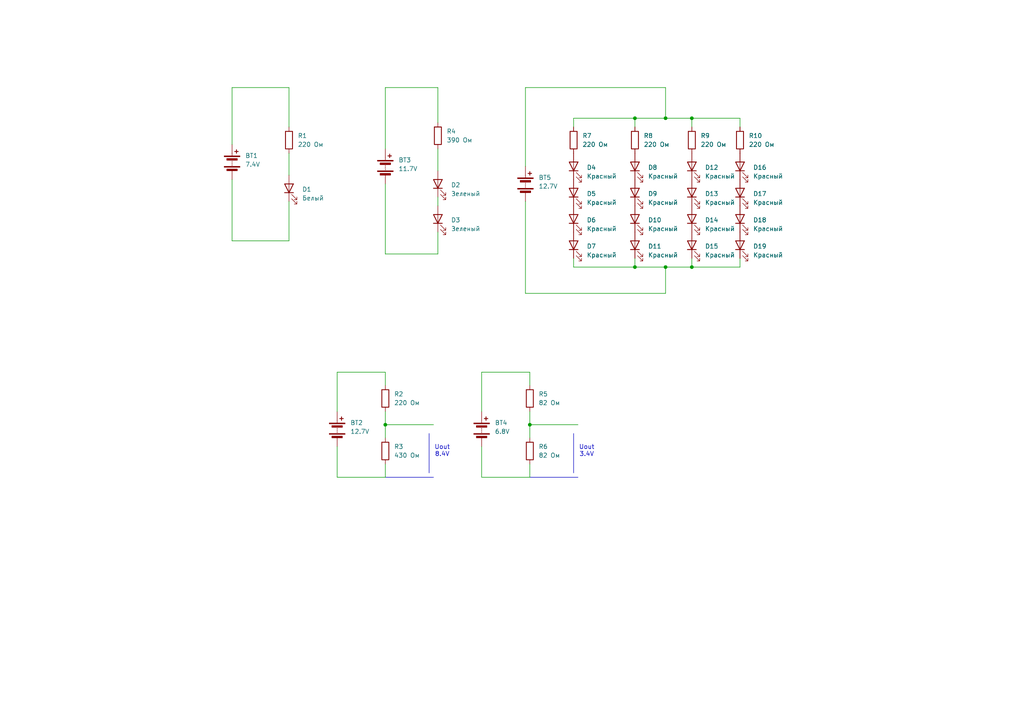
<source format=kicad_sch>
(kicad_sch (version 20231120) (generator "eeschema") (generator_version "8.0")
  (paper "A4")
  (lib_symbols
    (symbol "Device:Battery" (pin_numbers hide) (pin_names (offset 0) hide)
      (property "Reference" "BT" (at 2.54 2.54 0))
      (property "Value" "Battery" (at 2.54 0 0))
      (symbol "Battery_0_1"
        (rectangle (start -2.286 -1.27) (end 2.286 -1.524) (fill (type outline)))
        (rectangle (start -2.286 1.778) (end 2.286 1.524) (fill (type outline)))
        (rectangle (start -1.524 -2.032) (end 1.524 -2.54) (fill (type outline)))
        (rectangle (start -1.524 1.016) (end 1.524 0.508) (fill (type outline)))
        (polyline (pts (xy 0 -1.016) (xy 0 -0.762)))
        (polyline (pts (xy 0 -0.508) (xy 0 -0.254)))
        (polyline (pts (xy 0 0) (xy 0 0.254)))
        (polyline (pts (xy 0 1.778) (xy 0 2.54)))
        (polyline (pts (xy 0.762 3.048) (xy 1.778 3.048)) (stroke (width 0.254)))
        (polyline (pts (xy 1.27 3.556) (xy 1.27 2.54)) (stroke (width 0.254)))
      )
      (symbol "Battery_1_1"
        (pin passive line (at 0 5.08 270) (length 2.54) (name "+") (number "1"))
        (pin passive line (at 0 -5.08 90) (length 2.54) (name "-") (number "2"))
      )
    )
    (symbol "Device:LED" (pin_numbers hide) (pin_names (offset 1.016) hide)
      (property "Reference" "D" (at 0 2.54 0))
      (property "Value" "LED" (at 0 -2.54 0))
      (symbol "LED_0_1"
        (polyline (pts (xy -1.27 -1.27) (xy -1.27 1.27)) (stroke (width 0.254)))
        (polyline (pts (xy -1.27 0) (xy 1.27 0)))
        (polyline (pts (xy 1.27 -1.27) (xy 1.27 1.27) (xy -1.27 0) (xy 1.27 -1.27)) (stroke (width 0.254)))
        (polyline (pts (xy -3.048 -0.762) (xy -4.572 -2.286) (xy -3.81 -2.286) (xy -4.572 -2.286) (xy -4.572 -1.524)))
        (polyline (pts (xy -1.778 -0.762) (xy -3.302 -2.286) (xy -2.54 -2.286) (xy -3.302 -2.286) (xy -3.302 -1.524)))
      )
      (symbol "LED_1_1"
        (pin passive line (at -3.81 0 0) (length 2.54) (name "K") (number "1"))
        (pin passive line (at 3.81 0 180) (length 2.54) (name "A") (number "2"))
      )
    )
    (symbol "Device:R" (pin_numbers hide) (pin_names (offset 0))
      (property "Reference" "R" (at 2.032 0 90))
      (property "Value" "R" (at 0 0 90))
      (symbol "R_0_1"
        (rectangle (start -1.016 -2.54) (end 1.016 2.54) (stroke (width 0.254)))
      )
      (symbol "R_1_1"
        (pin passive line (at 0 3.81 270) (length 1.27) (name "~") (number "1"))
        (pin passive line (at 0 -3.81 90) (length 1.27) (name "~") (number "2"))
      )
    )
  )
  (junction (at 111.76 123.19))
  (junction (at 200.66 77.47))
  (junction (at 200.66 34.29))
  (junction (at 184.15 34.29))
  (junction (at 153.67 123.19))
  (junction (at 193.04 34.29))
  (junction (at 193.04 77.47))
  (junction (at 184.15 77.47))
  (wire (pts (xy 83.82 44.45) (xy 83.82 50.8)))
  (wire (pts (xy 139.7 119.38) (xy 139.7 107.95)))
  (wire (pts (xy 111.76 123.19) (xy 111.76 127)))
  (wire (pts (xy 153.67 123.19) (xy 153.67 127)))
  (wire (pts (xy 214.63 34.29) (xy 214.63 36.83)))
  (wire (pts (xy 200.66 34.29) (xy 200.66 36.83)))
  (wire (pts (xy 193.04 25.4) (xy 193.04 34.29)))
  (wire (pts (xy 184.15 34.29) (xy 184.15 36.83)))
  (wire (pts (xy 111.76 138.43) (xy 111.76 134.62)))
  (wire (pts (xy 97.79 129.54) (xy 97.79 138.43)))
  (wire (pts (xy 193.04 77.47) (xy 200.66 77.47)))
  (wire (pts (xy 111.76 123.19) (xy 125.73 123.19)))
  (wire (pts (xy 153.67 138.43) (xy 153.67 134.62)))
  (wire (pts (xy 111.76 119.38) (xy 111.76 123.19)))
  (wire (pts (xy 193.04 34.29) (xy 200.66 34.29)))
  (wire (pts (xy 166.37 34.29) (xy 166.37 36.83)))
  (wire (pts (xy 152.4 58.42) (xy 152.4 85.09)))
  (wire (pts (xy 127 67.31) (xy 127 73.66)))
  (wire (pts (xy 166.37 74.93) (xy 166.37 77.47)))
  (wire (pts (xy 111.76 73.66) (xy 127 73.66)))
  (polyline (pts (xy 153.67 138.43) (xy 167.64 138.43)))
  (wire (pts (xy 67.31 52.07) (xy 67.31 69.85)))
  (wire (pts (xy 67.31 25.4) (xy 83.82 25.4)))
  (wire (pts (xy 152.4 48.26) (xy 152.4 25.4)))
  (wire (pts (xy 67.31 41.91) (xy 67.31 25.4)))
  (wire (pts (xy 193.04 77.47) (xy 193.04 85.09)))
  (wire (pts (xy 111.76 43.18) (xy 111.76 25.4)))
  (wire (pts (xy 200.66 34.29) (xy 214.63 34.29)))
  (wire (pts (xy 200.66 77.47) (xy 214.63 77.47)))
  (wire (pts (xy 83.82 58.42) (xy 83.82 69.85)))
  (wire (pts (xy 184.15 77.47) (xy 193.04 77.47)))
  (wire (pts (xy 153.67 123.19) (xy 167.64 123.19)))
  (wire (pts (xy 111.76 107.95) (xy 111.76 111.76)))
  (wire (pts (xy 184.15 74.93) (xy 184.15 77.47)))
  (wire (pts (xy 200.66 74.93) (xy 200.66 77.47)))
  (wire (pts (xy 97.79 119.38) (xy 97.79 107.95)))
  (wire (pts (xy 214.63 74.93) (xy 214.63 77.47)))
  (wire (pts (xy 127 43.18) (xy 127 49.53)))
  (polyline (pts (xy 166.37 125.73) (xy 166.37 137.16)))
  (wire (pts (xy 83.82 25.4) (xy 83.82 36.83)))
  (wire (pts (xy 111.76 25.4) (xy 127 25.4)))
  (polyline (pts (xy 124.46 125.73) (xy 124.46 137.16)))
  (wire (pts (xy 166.37 77.47) (xy 184.15 77.47)))
  (wire (pts (xy 139.7 138.43) (xy 153.67 138.43)))
  (wire (pts (xy 152.4 85.09) (xy 193.04 85.09)))
  (wire (pts (xy 111.76 53.34) (xy 111.76 73.66)))
  (wire (pts (xy 127 25.4) (xy 127 35.56)))
  (wire (pts (xy 97.79 138.43) (xy 111.76 138.43)))
  (wire (pts (xy 153.67 119.38) (xy 153.67 123.19)))
  (polyline (pts (xy 111.76 138.43) (xy 125.73 138.43)))
  (wire (pts (xy 139.7 129.54) (xy 139.7 138.43)))
  (wire (pts (xy 153.67 107.95) (xy 153.67 111.76)))
  (wire (pts (xy 127 57.15) (xy 127 59.69)))
  (wire (pts (xy 97.79 107.95) (xy 111.76 107.95)))
  (wire (pts (xy 67.31 69.85) (xy 83.82 69.85)))
  (wire (pts (xy 139.7 107.95) (xy 153.67 107.95)))
  (wire (pts (xy 152.4 25.4) (xy 193.04 25.4)))
  (wire (pts (xy 166.37 34.29) (xy 184.15 34.29)))
  (wire (pts (xy 184.15 34.29) (xy 193.04 34.29)))
  (text "Uout\n8.4V" (at 128.27 130.81 0) (effects (font (size 1.27 1.27))))
  (text "Uout\n3.4V" (at 170.18 130.81 0) (effects (font (size 1.27 1.27))))
  (symbol (lib_id "Device:LED") (at 184.15 63.5 90) (unit 1)
    (property "Reference" "D10" (at 187.96 63.8174 90) (effects (justify right)))
    (property "Value" "Красный" (at 187.96 66.3574 90) (effects (justify right)))
    (property "Description" "Light emitting diode" (effects (hide yes)))
  )
  (symbol (lib_id "Device:R") (at 83.82 40.64 0) (unit 1)
    (property "Reference" "R1" (at 86.36 39.3699 0) (effects (justify left)))
    (property "Value" "220 Ом" (at 86.36 41.9099 0) (effects (justify left)))
    (property "Description" "Resistor" (effects (hide yes)))
  )
  (symbol (lib_id "Device:R") (at 111.76 115.57 0) (unit 1)
    (property "Reference" "R2" (at 114.3 114.2999 0) (effects (justify left)))
    (property "Value" "220 Ом" (at 114.3 116.8399 0) (effects (justify left)))
    (property "Description" "Resistor" (effects (hide yes)))
  )
  (symbol (lib_id "Device:LED") (at 214.63 71.12 90) (unit 1)
    (property "Reference" "D19" (at 218.44 71.4374 90) (effects (justify right)))
    (property "Value" "Красный" (at 218.44 73.9774 90) (effects (justify right)))
    (property "Description" "Light emitting diode" (effects (hide yes)))
  )
  (symbol (lib_id "Device:LED") (at 127 53.34 90) (unit 1)
    (property "Reference" "D2" (at 130.81 53.6574 90) (effects (justify right)))
    (property "Value" "Зеленый" (at 130.81 56.1974 90) (effects (justify right)))
    (property "Description" "Light emitting diode" (effects (hide yes)))
  )
  (symbol (lib_id "Device:LED") (at 200.66 71.12 90) (unit 1)
    (property "Reference" "D15" (at 204.47 71.4374 90) (effects (justify right)))
    (property "Value" "Красный" (at 204.47 73.9774 90) (effects (justify right)))
    (property "Description" "Light emitting diode" (effects (hide yes)))
  )
  (symbol (lib_id "Device:Battery") (at 97.79 124.46 0) (unit 1)
    (property "Reference" "BT2" (at 101.6 122.6184 0) (effects (justify left)))
    (property "Value" "12.7V" (at 101.6 125.1584 0) (effects (justify left)))
    (property "Description" "Multiple-cell battery" (effects (hide yes)))
  )
  (symbol (lib_id "Device:LED") (at 184.15 55.88 90) (unit 1)
    (property "Reference" "D9" (at 187.96 56.1974 90) (effects (justify right)))
    (property "Value" "Красный" (at 187.96 58.7374 90) (effects (justify right)))
    (property "Description" "Light emitting diode" (effects (hide yes)))
  )
  (symbol (lib_id "Device:LED") (at 214.63 63.5 90) (unit 1)
    (property "Reference" "D18" (at 218.44 63.8174 90) (effects (justify right)))
    (property "Value" "Красный" (at 218.44 66.3574 90) (effects (justify right)))
    (property "Description" "Light emitting diode" (effects (hide yes)))
  )
  (symbol (lib_id "Device:LED") (at 166.37 55.88 90) (unit 1)
    (property "Reference" "D5" (at 170.18 56.1974 90) (effects (justify right)))
    (property "Value" "Красный" (at 170.18 58.7374 90) (effects (justify right)))
    (property "Description" "Light emitting diode" (effects (hide yes)))
  )
  (symbol (lib_id "Device:R") (at 166.37 40.64 180) (unit 1)
    (property "Reference" "R7" (at 168.91 39.3699 0) (effects (justify right)))
    (property "Value" "220 Ом" (at 168.91 41.9099 0) (effects (justify right)))
    (property "Description" "Resistor" (effects (hide yes)))
  )
  (symbol (lib_id "Device:R") (at 111.76 130.81 180) (unit 1)
    (property "Reference" "R3" (at 114.3 129.5399 0) (effects (justify right)))
    (property "Value" "430 Ом" (at 114.3 132.0799 0) (effects (justify right)))
    (property "Description" "Resistor" (effects (hide yes)))
  )
  (symbol (lib_id "Device:R") (at 127 39.37 180) (unit 1)
    (property "Reference" "R4" (at 129.54 38.0999 0) (effects (justify right)))
    (property "Value" "390 Ом" (at 129.54 40.6399 0) (effects (justify right)))
    (property "Description" "Resistor" (effects (hide yes)))
  )
  (symbol (lib_id "Device:R") (at 184.15 40.64 180) (unit 1)
    (property "Reference" "R8" (at 186.69 39.3699 0) (effects (justify right)))
    (property "Value" "220 Ом" (at 186.69 41.9099 0) (effects (justify right)))
    (property "Description" "Resistor" (effects (hide yes)))
  )
  (symbol (lib_id "Device:LED") (at 214.63 48.26 90) (unit 1)
    (property "Reference" "D16" (at 218.44 48.5774 90) (effects (justify right)))
    (property "Value" "Красный" (at 218.44 51.1174 90) (effects (justify right)))
    (property "Description" "Light emitting diode" (effects (hide yes)))
  )
  (symbol (lib_id "Device:LED") (at 184.15 71.12 90) (unit 1)
    (property "Reference" "D11" (at 187.96 71.4374 90) (effects (justify right)))
    (property "Value" "Красный" (at 187.96 73.9774 90) (effects (justify right)))
    (property "Description" "Light emitting diode" (effects (hide yes)))
  )
  (symbol (lib_id "Device:LED") (at 184.15 48.26 90) (unit 1)
    (property "Reference" "D8" (at 187.96 48.5774 90) (effects (justify right)))
    (property "Value" "Красный" (at 187.96 51.1174 90) (effects (justify right)))
    (property "Description" "Light emitting diode" (effects (hide yes)))
  )
  (symbol (lib_id "Device:LED") (at 166.37 48.26 90) (unit 1)
    (property "Reference" "D4" (at 170.18 48.5774 90) (effects (justify right)))
    (property "Value" "Красный" (at 170.18 51.1174 90) (effects (justify right)))
    (property "Description" "Light emitting diode" (effects (hide yes)))
  )
  (symbol (lib_id "Device:LED") (at 200.66 63.5 90) (unit 1)
    (property "Reference" "D14" (at 204.47 63.8174 90) (effects (justify right)))
    (property "Value" "Красный" (at 204.47 66.3574 90) (effects (justify right)))
    (property "Description" "Light emitting diode" (effects (hide yes)))
  )
  (symbol (lib_id "Device:LED") (at 200.66 48.26 90) (unit 1)
    (property "Reference" "D12" (at 204.47 48.5774 90) (effects (justify right)))
    (property "Value" "Красный" (at 204.47 51.1174 90) (effects (justify right)))
    (property "Description" "Light emitting diode" (effects (hide yes)))
  )
  (symbol (lib_id "Device:LED") (at 127 63.5 90) (unit 1)
    (property "Reference" "D3" (at 130.81 63.8174 90) (effects (justify right)))
    (property "Value" "Зеленый" (at 130.81 66.3574 90) (effects (justify right)))
    (property "Description" "Light emitting diode" (effects (hide yes)))
  )
  (symbol (lib_id "Device:LED") (at 83.82 54.61 90) (unit 1)
    (property "Reference" "D1" (at 87.63 54.9274 90) (effects (justify right)))
    (property "Value" "Белый" (at 87.63 57.4674 90) (effects (justify right)))
    (property "Description" "Light emitting diode" (effects (hide yes)))
  )
  (symbol (lib_id "Device:R") (at 153.67 130.81 180) (unit 1)
    (property "Reference" "R6" (at 156.21 129.5399 0) (effects (justify right)))
    (property "Value" "82 Ом" (at 156.21 132.0799 0) (effects (justify right)))
    (property "Description" "Resistor" (effects (hide yes)))
  )
  (symbol (lib_id "Device:LED") (at 166.37 71.12 90) (unit 1)
    (property "Reference" "D7" (at 170.18 71.4374 90) (effects (justify right)))
    (property "Value" "Красный" (at 170.18 73.9774 90) (effects (justify right)))
    (property "Description" "Light emitting diode" (effects (hide yes)))
  )
  (symbol (lib_id "Device:Battery") (at 111.76 48.26 0) (unit 1)
    (property "Reference" "BT3" (at 115.57 46.4184 0) (effects (justify left)))
    (property "Value" "11.7V" (at 115.57 48.9584 0) (effects (justify left)))
    (property "Description" "Multiple-cell battery" (effects (hide yes)))
  )
  (symbol (lib_id "Device:Battery") (at 152.4 53.34 0) (unit 1)
    (property "Reference" "BT5" (at 156.21 51.4984 0) (effects (justify left)))
    (property "Value" "12.7V" (at 156.21 54.0384 0) (effects (justify left)))
    (property "Description" "Multiple-cell battery" (effects (hide yes)))
  )
  (symbol (lib_id "Device:LED") (at 166.37 63.5 90) (unit 1)
    (property "Reference" "D6" (at 170.18 63.8174 90) (effects (justify right)))
    (property "Value" "Красный" (at 170.18 66.3574 90) (effects (justify right)))
    (property "Description" "Light emitting diode" (effects (hide yes)))
  )
  (symbol (lib_id "Device:R") (at 214.63 40.64 180) (unit 1)
    (property "Reference" "R10" (at 217.17 39.3699 0) (effects (justify right)))
    (property "Value" "220 Ом" (at 217.17 41.9099 0) (effects (justify right)))
    (property "Description" "Resistor" (effects (hide yes)))
  )
  (symbol (lib_id "Device:Battery") (at 67.31 46.99 0) (unit 1)
    (property "Reference" "BT1" (at 71.12 45.1484 0) (effects (justify left)))
    (property "Value" "7.4V" (at 71.12 47.6884 0) (effects (justify left)))
    (property "Description" "Multiple-cell battery" (effects (hide yes)))
  )
  (symbol (lib_id "Device:R") (at 153.67 115.57 0) (unit 1)
    (property "Reference" "R5" (at 156.21 114.2999 0) (effects (justify left)))
    (property "Value" "82 Ом" (at 156.21 116.8399 0) (effects (justify left)))
    (property "Description" "Resistor" (effects (hide yes)))
  )
  (symbol (lib_id "Device:R") (at 200.66 40.64 180) (unit 1)
    (property "Reference" "R9" (at 203.2 39.3699 0) (effects (justify right)))
    (property "Value" "220 Ом" (at 203.2 41.9099 0) (effects (justify right)))
    (property "Description" "Resistor" (effects (hide yes)))
  )
  (symbol (lib_id "Device:LED") (at 200.66 55.88 90) (unit 1)
    (property "Reference" "D13" (at 204.47 56.1974 90) (effects (justify right)))
    (property "Value" "Красный" (at 204.47 58.7374 90) (effects (justify right)))
    (property "Description" "Light emitting diode" (effects (hide yes)))
  )
  (symbol (lib_id "Device:LED") (at 214.63 55.88 90) (unit 1)
    (property "Reference" "D17" (at 218.44 56.1974 90) (effects (justify right)))
    (property "Value" "Красный" (at 218.44 58.7374 90) (effects (justify right)))
    (property "Description" "Light emitting diode" (effects (hide yes)))
  )
  (symbol (lib_id "Device:Battery") (at 139.7 124.46 0) (unit 1)
    (property "Reference" "BT4" (at 143.51 122.6184 0) (effects (justify left)))
    (property "Value" "6.8V" (at 143.51 125.1584 0) (effects (justify left)))
    (property "Description" "Multiple-cell battery" (effects (hide yes)))
  )
)
</source>
